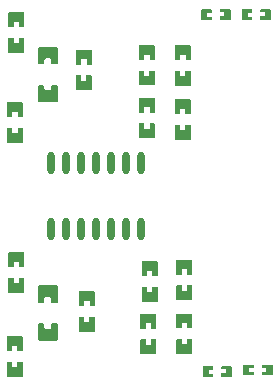
<source format=gtp>
G04*
G04 #@! TF.GenerationSoftware,Altium Limited,Altium Designer,24.9.1 (31)*
G04*
G04 Layer_Color=8421504*
%FSLAX44Y44*%
%MOMM*%
G71*
G04*
G04 #@! TF.SameCoordinates,8B15B8A4-CC8F-4B91-B826-D3DC1A653359*
G04*
G04*
G04 #@! TF.FilePolarity,Positive*
G04*
G01*
G75*
%ADD12O,0.6096X1.8796*%
G36*
X132614Y124450D02*
Y112950D01*
X132114Y112450D01*
X127914Y112450D01*
Y116900D01*
X123414D01*
Y112500D01*
X119314Y112450D01*
X118814Y112950D01*
Y124450D01*
X119314Y124950D01*
X132114D01*
X132614Y124450D01*
D02*
G37*
G36*
X274853Y118100D02*
Y106600D01*
X274353Y106100D01*
X270253Y106050D01*
Y110550D01*
X265753D01*
Y106150D01*
X261553Y106100D01*
X261053Y106600D01*
Y118100D01*
X261553Y118600D01*
X274353D01*
X274853Y118100D01*
D02*
G37*
G36*
X245644Y116830D02*
Y105330D01*
X245144Y104830D01*
X240944Y104830D01*
Y109280D01*
X236444D01*
Y104880D01*
X232344Y104830D01*
X231844Y105330D01*
Y116830D01*
X232344Y117330D01*
X245144D01*
X245644Y116830D01*
D02*
G37*
G36*
X274853Y96600D02*
Y85100D01*
X274353Y84600D01*
X261553D01*
X261053Y85100D01*
Y96600D01*
X261553Y97100D01*
X265753Y97100D01*
Y92650D01*
X270253D01*
Y97050D01*
X274353Y97100D01*
X274853Y96600D01*
D02*
G37*
G36*
X123414Y99000D02*
X127914D01*
Y103400D01*
X132114Y103450D01*
X132614Y102950D01*
Y91450D01*
X132114Y90950D01*
X119314D01*
X118814Y91450D01*
Y102950D01*
X119314Y103450D01*
X123414Y103500D01*
Y99000D01*
D02*
G37*
G36*
X236444Y91380D02*
X240944D01*
Y95780D01*
X245144Y95830D01*
X245644Y95330D01*
Y83830D01*
X245144Y83330D01*
X232344D01*
X231844Y83830D01*
Y95330D01*
X232344Y95830D01*
X236444Y95880D01*
Y91380D01*
D02*
G37*
G36*
X161024Y96010D02*
Y83160D01*
X160024Y82160D01*
X156321D01*
X155321Y83160D01*
Y86209D01*
X154321Y87209D01*
X150446D01*
X149446Y86209D01*
Y83160D01*
X148446Y82160D01*
X144743D01*
X143743Y83160D01*
Y96010D01*
X144743Y97010D01*
X160024D01*
X161024Y96010D01*
D02*
G37*
G36*
X192303Y91480D02*
Y79980D01*
X191803Y79480D01*
X187703Y79429D01*
Y83930D01*
X183203D01*
Y79529D01*
X179004Y79480D01*
X178503Y79980D01*
Y91480D01*
X179004Y91980D01*
X191803D01*
X192303Y91480D01*
D02*
G37*
G36*
X274853Y72590D02*
Y61090D01*
X274353Y60590D01*
X270253Y60539D01*
Y65040D01*
X265753D01*
Y60640D01*
X261553Y60590D01*
X261053Y61090D01*
Y72590D01*
X261553Y73090D01*
X274353D01*
X274853Y72590D01*
D02*
G37*
G36*
X244373Y72430D02*
Y60929D01*
X243873Y60430D01*
X239773Y60379D01*
Y64879D01*
X235273D01*
Y60479D01*
X231073Y60430D01*
X230573Y60929D01*
Y72430D01*
X231073Y72930D01*
X243873D01*
X244373Y72430D01*
D02*
G37*
G36*
X161024Y64160D02*
Y51310D01*
X160024Y50310D01*
X144743D01*
X143743Y51310D01*
Y64160D01*
X144743Y65160D01*
X148446D01*
X149446Y64160D01*
Y61111D01*
X150446Y60111D01*
X154321D01*
X155321Y61111D01*
Y64160D01*
X156321Y65160D01*
X160024D01*
X161024Y64160D01*
D02*
G37*
G36*
X183104Y65931D02*
X187604D01*
Y70331D01*
X191803Y70380D01*
X192304Y69880D01*
Y58380D01*
X191803Y57880D01*
X179004D01*
X178504Y58380D01*
Y69880D01*
X179004Y70380D01*
X183104Y70431D01*
Y65931D01*
D02*
G37*
G36*
X131344Y53330D02*
Y41830D01*
X130843Y41330D01*
X126644Y41330D01*
Y45780D01*
X122144D01*
Y41380D01*
X118044Y41330D01*
X117544Y41830D01*
Y53330D01*
X118044Y53830D01*
X130843D01*
X131344Y53330D01*
D02*
G37*
G36*
X265654Y47041D02*
X270154D01*
Y51441D01*
X274354Y51490D01*
X274854Y50991D01*
Y39490D01*
X274354Y38990D01*
X261554D01*
X261054Y39490D01*
Y50991D01*
X261554Y51490D01*
X265654Y51541D01*
Y47041D01*
D02*
G37*
G36*
X235174Y46880D02*
X239674D01*
Y51281D01*
X243874Y51330D01*
X244374Y50830D01*
Y39330D01*
X243874Y38830D01*
X231074D01*
X230574Y39330D01*
Y50830D01*
X231074Y51330D01*
X235174Y51381D01*
Y46880D01*
D02*
G37*
G36*
X326750Y29400D02*
Y26980D01*
X323050D01*
Y23680D01*
X326750D01*
Y21400D01*
X326250Y20900D01*
X318250D01*
X317750Y21400D01*
Y29400D01*
X318250Y29900D01*
X326250D01*
X326750Y29400D01*
D02*
G37*
G36*
X342650Y29400D02*
Y21400D01*
X342150Y20900D01*
X334150D01*
X333650Y21400D01*
Y23820D01*
X337350D01*
Y27120D01*
X333650D01*
Y29400D01*
X334150Y29900D01*
X342150D01*
X342650Y29400D01*
D02*
G37*
G36*
X122144Y27880D02*
X126644D01*
Y32280D01*
X130843Y32330D01*
X131344Y31830D01*
Y20330D01*
X130843Y19830D01*
X118044D01*
X117544Y20330D01*
Y31830D01*
X118044Y32330D01*
X122144Y32380D01*
Y27880D01*
D02*
G37*
G36*
X292460Y28130D02*
Y25710D01*
X288760D01*
Y22410D01*
X292460D01*
Y20130D01*
X291960Y19630D01*
X283960D01*
X283460Y20130D01*
Y28130D01*
X283960Y28630D01*
X291960D01*
X292460Y28130D01*
D02*
G37*
G36*
X308360Y28130D02*
Y20130D01*
X307860Y19630D01*
X299860D01*
X299360Y20130D01*
Y22550D01*
X303060D01*
Y25850D01*
X299360D01*
Y28130D01*
X299860Y28630D01*
X307860D01*
X308360Y28130D01*
D02*
G37*
G36*
X325480Y330390D02*
Y327970D01*
X321780D01*
Y324670D01*
X325480D01*
Y322390D01*
X324980Y321890D01*
X316980D01*
X316480Y322390D01*
Y330390D01*
X316980Y330890D01*
X324980D01*
X325480Y330390D01*
D02*
G37*
G36*
X291190D02*
Y327970D01*
X287490D01*
Y324670D01*
X291190D01*
Y322390D01*
X290690Y321890D01*
X282690D01*
X282190Y322390D01*
Y330390D01*
X282690Y330890D01*
X290690D01*
X291190Y330390D01*
D02*
G37*
G36*
X341380Y330390D02*
Y322390D01*
X340880Y321890D01*
X332880D01*
X332380Y322390D01*
Y324810D01*
X336080D01*
Y328110D01*
X332380D01*
Y330390D01*
X332880Y330890D01*
X340880D01*
X341380Y330390D01*
D02*
G37*
G36*
X307090D02*
Y322390D01*
X306590Y321890D01*
X298590D01*
X298090Y322390D01*
Y324810D01*
X301790D01*
Y328110D01*
X298090D01*
Y330390D01*
X298590Y330890D01*
X306590D01*
X307090Y330390D01*
D02*
G37*
G36*
X132613Y327650D02*
Y316150D01*
X132113Y315650D01*
X128013Y315600D01*
Y320100D01*
X123513D01*
Y315700D01*
X119313Y315650D01*
X118813Y316150D01*
Y327650D01*
X119313Y328150D01*
X132113D01*
X132613Y327650D01*
D02*
G37*
G36*
Y306150D02*
Y294650D01*
X132113Y294150D01*
X119313D01*
X118813Y294650D01*
Y306150D01*
X119313Y306650D01*
X123513Y306650D01*
Y302200D01*
X128013D01*
Y306600D01*
X132113Y306650D01*
X132613Y306150D01*
D02*
G37*
G36*
X243103Y299920D02*
Y288419D01*
X242603Y287920D01*
X238503Y287869D01*
Y292369D01*
X234003D01*
Y287969D01*
X229804Y287920D01*
X229303Y288419D01*
Y299920D01*
X229804Y300420D01*
X242603D01*
X243103Y299920D01*
D02*
G37*
G36*
X273583Y299760D02*
Y288260D01*
X273083Y287760D01*
X268983Y287709D01*
Y292209D01*
X264483D01*
Y287809D01*
X260284Y287760D01*
X259783Y288260D01*
Y299760D01*
X260284Y300260D01*
X273083D01*
X273583Y299760D01*
D02*
G37*
G36*
X161024Y297940D02*
Y285090D01*
X160024Y284090D01*
X156321D01*
X155321Y285090D01*
Y288139D01*
X154321Y289139D01*
X150446D01*
X149446Y288139D01*
Y285090D01*
X148446Y284090D01*
X144743D01*
X143743Y285090D01*
Y297940D01*
X144743Y298940D01*
X160024D01*
X161024Y297940D01*
D02*
G37*
G36*
X189763Y295950D02*
Y284450D01*
X189263Y283950D01*
X185163Y283899D01*
Y288400D01*
X180663D01*
Y283999D01*
X176464Y283950D01*
X175963Y284450D01*
Y295950D01*
X176464Y296450D01*
X189263D01*
X189763Y295950D01*
D02*
G37*
G36*
X233904Y274370D02*
X238404D01*
Y278771D01*
X242603Y278820D01*
X243104Y278321D01*
Y266820D01*
X242603Y266320D01*
X229804D01*
X229304Y266820D01*
Y278321D01*
X229804Y278820D01*
X233904Y278871D01*
Y274370D01*
D02*
G37*
G36*
X264384Y274210D02*
X268884D01*
Y278611D01*
X273083Y278660D01*
X273584Y278160D01*
Y266660D01*
X273083Y266160D01*
X260284D01*
X259784Y266660D01*
Y278160D01*
X260284Y278660D01*
X264384Y278711D01*
Y274210D01*
D02*
G37*
G36*
X180564Y270401D02*
X185064D01*
Y274801D01*
X189263Y274850D01*
X189764Y274350D01*
Y262850D01*
X189263Y262350D01*
X176464D01*
X175964Y262850D01*
Y274350D01*
X176464Y274850D01*
X180564Y274901D01*
Y270401D01*
D02*
G37*
G36*
X161024Y266090D02*
Y253240D01*
X160024Y252240D01*
X144743D01*
X143743Y253240D01*
Y266090D01*
X144743Y267090D01*
X148446D01*
X149446Y266090D01*
Y263041D01*
X150446Y262041D01*
X154321D01*
X155321Y263041D01*
Y266090D01*
X156321Y267090D01*
X160024D01*
X161024Y266090D01*
D02*
G37*
G36*
X243103Y255260D02*
Y243760D01*
X242603Y243260D01*
X238503Y243210D01*
Y247710D01*
X234003D01*
Y243310D01*
X229804Y243260D01*
X229303Y243760D01*
Y255260D01*
X229804Y255760D01*
X242603D01*
X243103Y255260D01*
D02*
G37*
G36*
X273584Y253990D02*
Y242490D01*
X273083Y241990D01*
X268884Y241990D01*
Y246440D01*
X264384D01*
Y242040D01*
X260284Y241990D01*
X259784Y242490D01*
Y253990D01*
X260284Y254490D01*
X273083D01*
X273584Y253990D01*
D02*
G37*
G36*
X131343Y251450D02*
Y239950D01*
X130843Y239450D01*
X126743Y239400D01*
Y243900D01*
X122243D01*
Y239500D01*
X118043Y239450D01*
X117543Y239950D01*
Y251450D01*
X118043Y251950D01*
X130843D01*
X131343Y251450D01*
D02*
G37*
G36*
X243103Y233760D02*
Y222260D01*
X242603Y221760D01*
X229804D01*
X229303Y222260D01*
Y233760D01*
X229804Y234260D01*
X234003Y234260D01*
Y229810D01*
X238503D01*
Y234210D01*
X242603Y234260D01*
X243103Y233760D01*
D02*
G37*
G36*
X131343Y229950D02*
Y218450D01*
X130843Y217950D01*
X118043D01*
X117543Y218450D01*
Y229950D01*
X118043Y230450D01*
X122243Y230450D01*
Y226000D01*
X126743D01*
Y230400D01*
X130843Y230450D01*
X131343Y229950D01*
D02*
G37*
G36*
X264384Y228540D02*
X268884D01*
Y232940D01*
X273083Y232990D01*
X273584Y232490D01*
Y220990D01*
X273083Y220490D01*
X260284D01*
X259784Y220990D01*
Y232490D01*
X260284Y232990D01*
X264384Y233040D01*
Y228540D01*
D02*
G37*
D12*
X231124Y144780D02*
D03*
X218424D02*
D03*
X205723D02*
D03*
X193023D02*
D03*
X180324D02*
D03*
X167624D02*
D03*
X154923D02*
D03*
Y200660D02*
D03*
X167624D02*
D03*
X180324D02*
D03*
X193023D02*
D03*
X205723D02*
D03*
X218424D02*
D03*
X231124D02*
D03*
M02*

</source>
